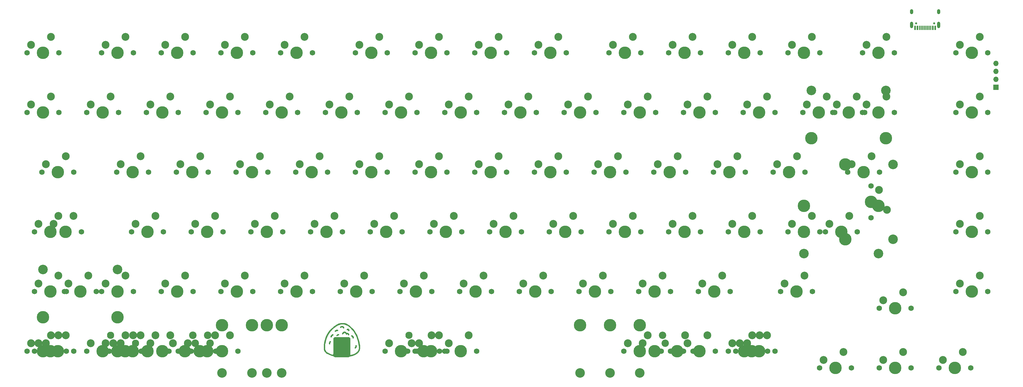
<source format=gbr>
%TF.GenerationSoftware,KiCad,Pcbnew,(5.1.11)-1*%
%TF.CreationDate,2022-09-06T18:14:57+07:00*%
%TF.ProjectId,TX75v2 PCB replacement,54583735-7632-4205-9043-42207265706c,rev?*%
%TF.SameCoordinates,Original*%
%TF.FileFunction,Soldermask,Top*%
%TF.FilePolarity,Negative*%
%FSLAX46Y46*%
G04 Gerber Fmt 4.6, Leading zero omitted, Abs format (unit mm)*
G04 Created by KiCad (PCBNEW (5.1.11)-1) date 2022-09-06 18:14:57*
%MOMM*%
%LPD*%
G01*
G04 APERTURE LIST*
%ADD10C,0.010000*%
%ADD11C,2.500000*%
%ADD12C,3.987800*%
%ADD13C,2.400000*%
%ADD14C,1.750000*%
%ADD15C,2.300000*%
%ADD16O,1.700000X1.700000*%
%ADD17R,1.700000X1.700000*%
%ADD18C,3.048000*%
%ADD19C,2.350000*%
%ADD20R,0.600000X1.450000*%
%ADD21R,0.300000X1.450000*%
%ADD22C,0.650000*%
%ADD23O,1.000000X2.100000*%
%ADD24O,1.000000X1.600000*%
G04 APERTURE END LIST*
D10*
%TO.C,G\u002A\u002A\u002A*%
G36*
X71743249Y-146385936D02*
G01*
X71834399Y-146389434D01*
X72285519Y-146435108D01*
X72714603Y-146535837D01*
X73130402Y-146696114D01*
X73541666Y-146920433D01*
X73957144Y-147213288D01*
X74385588Y-147579172D01*
X74654851Y-147837955D01*
X75179902Y-148399833D01*
X75632666Y-148964522D01*
X76009728Y-149527244D01*
X76307674Y-150083218D01*
X76387372Y-150262777D01*
X76570725Y-150726618D01*
X76748679Y-151229276D01*
X76914481Y-151748367D01*
X77061377Y-152261504D01*
X77182615Y-152746303D01*
X77271442Y-153180379D01*
X77276637Y-153210430D01*
X77311360Y-153478883D01*
X77332300Y-153780230D01*
X77339466Y-154091469D01*
X77332871Y-154389600D01*
X77312524Y-154651621D01*
X77278437Y-154854532D01*
X77275855Y-154864709D01*
X77131876Y-155251264D01*
X76910174Y-155610412D01*
X76614257Y-155938609D01*
X76247634Y-156232315D01*
X75813816Y-156487986D01*
X75543784Y-156612828D01*
X75371140Y-156679042D01*
X75157864Y-156750845D01*
X74923367Y-156822809D01*
X74687057Y-156889505D01*
X74468343Y-156945505D01*
X74286634Y-156985379D01*
X74161339Y-157003700D01*
X74144146Y-157004302D01*
X74054414Y-157022091D01*
X74014784Y-157051043D01*
X73960920Y-157095959D01*
X73859323Y-157154015D01*
X73811202Y-157177113D01*
X73767349Y-157195090D01*
X73716829Y-157210117D01*
X73652150Y-157222445D01*
X73565818Y-157232325D01*
X73450338Y-157240006D01*
X73298217Y-157245741D01*
X73101959Y-157249778D01*
X72854072Y-157252370D01*
X72547061Y-157253766D01*
X72173431Y-157254217D01*
X71725690Y-157253974D01*
X71519842Y-157253733D01*
X71100474Y-157252480D01*
X70703845Y-157249917D01*
X70338600Y-157246196D01*
X70013386Y-157241469D01*
X69736847Y-157235888D01*
X69517629Y-157229606D01*
X69364379Y-157222775D01*
X69285742Y-157215546D01*
X69280591Y-157214341D01*
X69163224Y-157158299D01*
X69049630Y-157073803D01*
X69046973Y-157071280D01*
X68932583Y-156996159D01*
X68748149Y-156917976D01*
X68555723Y-156856251D01*
X68163557Y-156733674D01*
X67768144Y-156590840D01*
X67386853Y-156435250D01*
X67037056Y-156274406D01*
X66736121Y-156115809D01*
X66508848Y-155972297D01*
X66287993Y-155769329D01*
X66092279Y-155499851D01*
X65933171Y-155180910D01*
X65880799Y-155038656D01*
X65836710Y-154899023D01*
X65805825Y-154776687D01*
X65785889Y-154651476D01*
X65774646Y-154503218D01*
X65769842Y-154311742D01*
X65769305Y-154090678D01*
X66130375Y-154090678D01*
X66138343Y-154387518D01*
X66160104Y-154640530D01*
X66182456Y-154772704D01*
X66288897Y-155103211D01*
X66447766Y-155391014D01*
X66650058Y-155621875D01*
X66784489Y-155724557D01*
X66954788Y-155823723D01*
X67172033Y-155935087D01*
X67421233Y-156052479D01*
X67687400Y-156169734D01*
X67955546Y-156280682D01*
X68210680Y-156379158D01*
X68437816Y-156458992D01*
X68621963Y-156514019D01*
X68748132Y-156538070D01*
X68762953Y-156538635D01*
X68777075Y-156533087D01*
X68789135Y-156512367D01*
X68799294Y-156470359D01*
X68807712Y-156400948D01*
X68814551Y-156298017D01*
X68819969Y-156155452D01*
X68824129Y-155967137D01*
X68827190Y-155726956D01*
X68829313Y-155428794D01*
X68830658Y-155066535D01*
X68831386Y-154634063D01*
X68831658Y-154125263D01*
X68831675Y-153920229D01*
X68831675Y-151301822D01*
X68926925Y-151162280D01*
X69031771Y-151045911D01*
X69158877Y-150950322D01*
X69169681Y-150944353D01*
X69206806Y-150926880D01*
X69251675Y-150912205D01*
X69311537Y-150900086D01*
X69393636Y-150890280D01*
X69505219Y-150882544D01*
X69653532Y-150876636D01*
X69845822Y-150872313D01*
X70089333Y-150869333D01*
X70391313Y-150867452D01*
X70759007Y-150866429D01*
X71199662Y-150866020D01*
X71510285Y-150865968D01*
X71998069Y-150866076D01*
X72408513Y-150866576D01*
X72748940Y-150867732D01*
X73026677Y-150869810D01*
X73249047Y-150873073D01*
X73423378Y-150877787D01*
X73556993Y-150884215D01*
X73657218Y-150892623D01*
X73731378Y-150903275D01*
X73786798Y-150916435D01*
X73830804Y-150932368D01*
X73870459Y-150951205D01*
X74041164Y-151083974D01*
X74122772Y-151203518D01*
X74140189Y-151240024D01*
X74155057Y-151280409D01*
X74167579Y-151331280D01*
X74177955Y-151399242D01*
X74186386Y-151490902D01*
X74193075Y-151612864D01*
X74198223Y-151771735D01*
X74202030Y-151974121D01*
X74204698Y-152226627D01*
X74206428Y-152535860D01*
X74207422Y-152908424D01*
X74207881Y-153350927D01*
X74208006Y-153869973D01*
X74208009Y-154000669D01*
X74208009Y-156630744D01*
X74387925Y-156600947D01*
X74504131Y-156575133D01*
X74674343Y-156529223D01*
X74872456Y-156470521D01*
X75011308Y-156426529D01*
X75511471Y-156233615D01*
X75942519Y-156004489D01*
X76302267Y-155741138D01*
X76588534Y-155445550D01*
X76799136Y-155119713D01*
X76931889Y-154765615D01*
X76955888Y-154655908D01*
X76991832Y-154309724D01*
X76985832Y-153901423D01*
X76940021Y-153441176D01*
X76856531Y-152939153D01*
X76737497Y-152405527D01*
X76585050Y-151850468D01*
X76401325Y-151284148D01*
X76188453Y-150716737D01*
X76070030Y-150431787D01*
X75830407Y-149943698D01*
X75533770Y-149453113D01*
X75190641Y-148971753D01*
X74811540Y-148511339D01*
X74406990Y-148083595D01*
X73987511Y-147700242D01*
X73563624Y-147373001D01*
X73145851Y-147113595D01*
X73044782Y-147061304D01*
X72727685Y-146917500D01*
X72442270Y-146821624D01*
X72156306Y-146766072D01*
X71837560Y-146743243D01*
X71689175Y-146741578D01*
X71423167Y-146748235D01*
X71198061Y-146771322D01*
X70989781Y-146817167D01*
X70774251Y-146892098D01*
X70527393Y-147002441D01*
X70337382Y-147096839D01*
X69639724Y-147497677D01*
X68997663Y-147959889D01*
X68414236Y-148479526D01*
X67892481Y-149052642D01*
X67435436Y-149675288D01*
X67046139Y-150343517D01*
X66727628Y-151053383D01*
X66482941Y-151800938D01*
X66377789Y-152241802D01*
X66331736Y-152459975D01*
X66283249Y-152683380D01*
X66240242Y-152875760D01*
X66225314Y-152940302D01*
X66183669Y-153174821D01*
X66153594Y-153460565D01*
X66135644Y-153773772D01*
X66130375Y-154090678D01*
X65769305Y-154090678D01*
X65769222Y-154056876D01*
X65769263Y-154040968D01*
X65778270Y-153632917D01*
X65802682Y-153301985D01*
X65838785Y-153067302D01*
X65875495Y-152894620D01*
X65923022Y-152670268D01*
X65974765Y-152425430D01*
X66016628Y-152226907D01*
X66227278Y-151413277D01*
X66506189Y-150649667D01*
X66853844Y-149935364D01*
X67270721Y-149269651D01*
X67757302Y-148651814D01*
X68314068Y-148081137D01*
X68941499Y-147556905D01*
X69352062Y-147264373D01*
X69856242Y-146949069D01*
X70326653Y-146702634D01*
X70759877Y-146526749D01*
X70989067Y-146458657D01*
X71174084Y-146416629D01*
X71341056Y-146392170D01*
X71520579Y-146382774D01*
X71743249Y-146385936D01*
G37*
X71743249Y-146385936D02*
X71834399Y-146389434D01*
X72285519Y-146435108D01*
X72714603Y-146535837D01*
X73130402Y-146696114D01*
X73541666Y-146920433D01*
X73957144Y-147213288D01*
X74385588Y-147579172D01*
X74654851Y-147837955D01*
X75179902Y-148399833D01*
X75632666Y-148964522D01*
X76009728Y-149527244D01*
X76307674Y-150083218D01*
X76387372Y-150262777D01*
X76570725Y-150726618D01*
X76748679Y-151229276D01*
X76914481Y-151748367D01*
X77061377Y-152261504D01*
X77182615Y-152746303D01*
X77271442Y-153180379D01*
X77276637Y-153210430D01*
X77311360Y-153478883D01*
X77332300Y-153780230D01*
X77339466Y-154091469D01*
X77332871Y-154389600D01*
X77312524Y-154651621D01*
X77278437Y-154854532D01*
X77275855Y-154864709D01*
X77131876Y-155251264D01*
X76910174Y-155610412D01*
X76614257Y-155938609D01*
X76247634Y-156232315D01*
X75813816Y-156487986D01*
X75543784Y-156612828D01*
X75371140Y-156679042D01*
X75157864Y-156750845D01*
X74923367Y-156822809D01*
X74687057Y-156889505D01*
X74468343Y-156945505D01*
X74286634Y-156985379D01*
X74161339Y-157003700D01*
X74144146Y-157004302D01*
X74054414Y-157022091D01*
X74014784Y-157051043D01*
X73960920Y-157095959D01*
X73859323Y-157154015D01*
X73811202Y-157177113D01*
X73767349Y-157195090D01*
X73716829Y-157210117D01*
X73652150Y-157222445D01*
X73565818Y-157232325D01*
X73450338Y-157240006D01*
X73298217Y-157245741D01*
X73101959Y-157249778D01*
X72854072Y-157252370D01*
X72547061Y-157253766D01*
X72173431Y-157254217D01*
X71725690Y-157253974D01*
X71519842Y-157253733D01*
X71100474Y-157252480D01*
X70703845Y-157249917D01*
X70338600Y-157246196D01*
X70013386Y-157241469D01*
X69736847Y-157235888D01*
X69517629Y-157229606D01*
X69364379Y-157222775D01*
X69285742Y-157215546D01*
X69280591Y-157214341D01*
X69163224Y-157158299D01*
X69049630Y-157073803D01*
X69046973Y-157071280D01*
X68932583Y-156996159D01*
X68748149Y-156917976D01*
X68555723Y-156856251D01*
X68163557Y-156733674D01*
X67768144Y-156590840D01*
X67386853Y-156435250D01*
X67037056Y-156274406D01*
X66736121Y-156115809D01*
X66508848Y-155972297D01*
X66287993Y-155769329D01*
X66092279Y-155499851D01*
X65933171Y-155180910D01*
X65880799Y-155038656D01*
X65836710Y-154899023D01*
X65805825Y-154776687D01*
X65785889Y-154651476D01*
X65774646Y-154503218D01*
X65769842Y-154311742D01*
X65769305Y-154090678D01*
X66130375Y-154090678D01*
X66138343Y-154387518D01*
X66160104Y-154640530D01*
X66182456Y-154772704D01*
X66288897Y-155103211D01*
X66447766Y-155391014D01*
X66650058Y-155621875D01*
X66784489Y-155724557D01*
X66954788Y-155823723D01*
X67172033Y-155935087D01*
X67421233Y-156052479D01*
X67687400Y-156169734D01*
X67955546Y-156280682D01*
X68210680Y-156379158D01*
X68437816Y-156458992D01*
X68621963Y-156514019D01*
X68748132Y-156538070D01*
X68762953Y-156538635D01*
X68777075Y-156533087D01*
X68789135Y-156512367D01*
X68799294Y-156470359D01*
X68807712Y-156400948D01*
X68814551Y-156298017D01*
X68819969Y-156155452D01*
X68824129Y-155967137D01*
X68827190Y-155726956D01*
X68829313Y-155428794D01*
X68830658Y-155066535D01*
X68831386Y-154634063D01*
X68831658Y-154125263D01*
X68831675Y-153920229D01*
X68831675Y-151301822D01*
X68926925Y-151162280D01*
X69031771Y-151045911D01*
X69158877Y-150950322D01*
X69169681Y-150944353D01*
X69206806Y-150926880D01*
X69251675Y-150912205D01*
X69311537Y-150900086D01*
X69393636Y-150890280D01*
X69505219Y-150882544D01*
X69653532Y-150876636D01*
X69845822Y-150872313D01*
X70089333Y-150869333D01*
X70391313Y-150867452D01*
X70759007Y-150866429D01*
X71199662Y-150866020D01*
X71510285Y-150865968D01*
X71998069Y-150866076D01*
X72408513Y-150866576D01*
X72748940Y-150867732D01*
X73026677Y-150869810D01*
X73249047Y-150873073D01*
X73423378Y-150877787D01*
X73556993Y-150884215D01*
X73657218Y-150892623D01*
X73731378Y-150903275D01*
X73786798Y-150916435D01*
X73830804Y-150932368D01*
X73870459Y-150951205D01*
X74041164Y-151083974D01*
X74122772Y-151203518D01*
X74140189Y-151240024D01*
X74155057Y-151280409D01*
X74167579Y-151331280D01*
X74177955Y-151399242D01*
X74186386Y-151490902D01*
X74193075Y-151612864D01*
X74198223Y-151771735D01*
X74202030Y-151974121D01*
X74204698Y-152226627D01*
X74206428Y-152535860D01*
X74207422Y-152908424D01*
X74207881Y-153350927D01*
X74208006Y-153869973D01*
X74208009Y-154000669D01*
X74208009Y-156630744D01*
X74387925Y-156600947D01*
X74504131Y-156575133D01*
X74674343Y-156529223D01*
X74872456Y-156470521D01*
X75011308Y-156426529D01*
X75511471Y-156233615D01*
X75942519Y-156004489D01*
X76302267Y-155741138D01*
X76588534Y-155445550D01*
X76799136Y-155119713D01*
X76931889Y-154765615D01*
X76955888Y-154655908D01*
X76991832Y-154309724D01*
X76985832Y-153901423D01*
X76940021Y-153441176D01*
X76856531Y-152939153D01*
X76737497Y-152405527D01*
X76585050Y-151850468D01*
X76401325Y-151284148D01*
X76188453Y-150716737D01*
X76070030Y-150431787D01*
X75830407Y-149943698D01*
X75533770Y-149453113D01*
X75190641Y-148971753D01*
X74811540Y-148511339D01*
X74406990Y-148083595D01*
X73987511Y-147700242D01*
X73563624Y-147373001D01*
X73145851Y-147113595D01*
X73044782Y-147061304D01*
X72727685Y-146917500D01*
X72442270Y-146821624D01*
X72156306Y-146766072D01*
X71837560Y-146743243D01*
X71689175Y-146741578D01*
X71423167Y-146748235D01*
X71198061Y-146771322D01*
X70989781Y-146817167D01*
X70774251Y-146892098D01*
X70527393Y-147002441D01*
X70337382Y-147096839D01*
X69639724Y-147497677D01*
X68997663Y-147959889D01*
X68414236Y-148479526D01*
X67892481Y-149052642D01*
X67435436Y-149675288D01*
X67046139Y-150343517D01*
X66727628Y-151053383D01*
X66482941Y-151800938D01*
X66377789Y-152241802D01*
X66331736Y-152459975D01*
X66283249Y-152683380D01*
X66240242Y-152875760D01*
X66225314Y-152940302D01*
X66183669Y-153174821D01*
X66153594Y-153460565D01*
X66135644Y-153773772D01*
X66130375Y-154090678D01*
X65769305Y-154090678D01*
X65769222Y-154056876D01*
X65769263Y-154040968D01*
X65778270Y-153632917D01*
X65802682Y-153301985D01*
X65838785Y-153067302D01*
X65875495Y-152894620D01*
X65923022Y-152670268D01*
X65974765Y-152425430D01*
X66016628Y-152226907D01*
X66227278Y-151413277D01*
X66506189Y-150649667D01*
X66853844Y-149935364D01*
X67270721Y-149269651D01*
X67757302Y-148651814D01*
X68314068Y-148081137D01*
X68941499Y-147556905D01*
X69352062Y-147264373D01*
X69856242Y-146949069D01*
X70326653Y-146702634D01*
X70759877Y-146526749D01*
X70989067Y-146458657D01*
X71174084Y-146416629D01*
X71341056Y-146392170D01*
X71520579Y-146382774D01*
X71743249Y-146385936D01*
G36*
X76139059Y-153468455D02*
G01*
X76211506Y-153549172D01*
X76239512Y-153700383D01*
X76240009Y-153730011D01*
X76217819Y-153922095D01*
X76157971Y-154101888D01*
X76070544Y-154257597D01*
X75965616Y-154377431D01*
X75853267Y-154449597D01*
X75743577Y-154462302D01*
X75655809Y-154413502D01*
X75607904Y-154315377D01*
X75638780Y-154206753D01*
X75693596Y-154143253D01*
X75792518Y-154032574D01*
X75854178Y-153901505D01*
X75891592Y-153720567D01*
X75896306Y-153684136D01*
X75917847Y-153553892D01*
X75949246Y-153486133D01*
X76002503Y-153458708D01*
X76020089Y-153455635D01*
X76139059Y-153468455D01*
G37*
X76139059Y-153468455D02*
X76211506Y-153549172D01*
X76239512Y-153700383D01*
X76240009Y-153730011D01*
X76217819Y-153922095D01*
X76157971Y-154101888D01*
X76070544Y-154257597D01*
X75965616Y-154377431D01*
X75853267Y-154449597D01*
X75743577Y-154462302D01*
X75655809Y-154413502D01*
X75607904Y-154315377D01*
X75638780Y-154206753D01*
X75693596Y-154143253D01*
X75792518Y-154032574D01*
X75854178Y-153901505D01*
X75891592Y-153720567D01*
X75896306Y-153684136D01*
X75917847Y-153553892D01*
X75949246Y-153486133D01*
X76002503Y-153458708D01*
X76020089Y-153455635D01*
X76139059Y-153468455D01*
G36*
X67942623Y-152187797D02*
G01*
X67980172Y-152279643D01*
X67959742Y-152401465D01*
X67899819Y-152508622D01*
X67836112Y-152631080D01*
X67791416Y-152781535D01*
X67785604Y-152817386D01*
X67762368Y-152950162D01*
X67733089Y-153056046D01*
X67723771Y-153077885D01*
X67651650Y-153141614D01*
X67553706Y-153148202D01*
X67463722Y-153100635D01*
X67429579Y-153051855D01*
X67407280Y-152922827D01*
X67425722Y-152750479D01*
X67478437Y-152561773D01*
X67558959Y-152383674D01*
X67608519Y-152305793D01*
X67696928Y-152197692D01*
X67770477Y-152149156D01*
X67849577Y-152143947D01*
X67942623Y-152187797D01*
G37*
X67942623Y-152187797D02*
X67980172Y-152279643D01*
X67959742Y-152401465D01*
X67899819Y-152508622D01*
X67836112Y-152631080D01*
X67791416Y-152781535D01*
X67785604Y-152817386D01*
X67762368Y-152950162D01*
X67733089Y-153056046D01*
X67723771Y-153077885D01*
X67651650Y-153141614D01*
X67553706Y-153148202D01*
X67463722Y-153100635D01*
X67429579Y-153051855D01*
X67407280Y-152922827D01*
X67425722Y-152750479D01*
X67478437Y-152561773D01*
X67558959Y-152383674D01*
X67608519Y-152305793D01*
X67696928Y-152197692D01*
X67770477Y-152149156D01*
X67849577Y-152143947D01*
X67942623Y-152187797D01*
G36*
X74789435Y-150313914D02*
G01*
X74922812Y-150395941D01*
X75053834Y-150516554D01*
X75169582Y-150663134D01*
X75257136Y-150823062D01*
X75303578Y-150983720D01*
X75307745Y-151039324D01*
X75279801Y-151144718D01*
X75211255Y-151238255D01*
X75127592Y-151287586D01*
X75110820Y-151289302D01*
X75051786Y-151260831D01*
X74997736Y-151211885D01*
X74942186Y-151108366D01*
X74927675Y-151027094D01*
X74890937Y-150893321D01*
X74793869Y-150757980D01*
X74656188Y-150647083D01*
X74627604Y-150631202D01*
X74532980Y-150547091D01*
X74503050Y-150441557D01*
X74542745Y-150340370D01*
X74567292Y-150316091D01*
X74666622Y-150283091D01*
X74789435Y-150313914D01*
G37*
X74789435Y-150313914D02*
X74922812Y-150395941D01*
X75053834Y-150516554D01*
X75169582Y-150663134D01*
X75257136Y-150823062D01*
X75303578Y-150983720D01*
X75307745Y-151039324D01*
X75279801Y-151144718D01*
X75211255Y-151238255D01*
X75127592Y-151287586D01*
X75110820Y-151289302D01*
X75051786Y-151260831D01*
X74997736Y-151211885D01*
X74942186Y-151108366D01*
X74927675Y-151027094D01*
X74890937Y-150893321D01*
X74793869Y-150757980D01*
X74656188Y-150647083D01*
X74627604Y-150631202D01*
X74532980Y-150547091D01*
X74503050Y-150441557D01*
X74542745Y-150340370D01*
X74567292Y-150316091D01*
X74666622Y-150283091D01*
X74789435Y-150313914D01*
G36*
X68773921Y-150005578D02*
G01*
X68805947Y-150061451D01*
X68810509Y-150139654D01*
X68800829Y-150235082D01*
X68756141Y-150290772D01*
X68652972Y-150335327D01*
X68648728Y-150336791D01*
X68499729Y-150409104D01*
X68398490Y-150517920D01*
X68323583Y-150686719D01*
X68320314Y-150696635D01*
X68258083Y-150828313D01*
X68177972Y-150920407D01*
X68106941Y-150950635D01*
X68055693Y-150923887D01*
X68005710Y-150880622D01*
X67959339Y-150776908D01*
X67970078Y-150625703D01*
X68035849Y-150440056D01*
X68093397Y-150330284D01*
X68212669Y-150185395D01*
X68373318Y-150069151D01*
X68547554Y-149997591D01*
X68692431Y-149984579D01*
X68773921Y-150005578D01*
G37*
X68773921Y-150005578D02*
X68805947Y-150061451D01*
X68810509Y-150139654D01*
X68800829Y-150235082D01*
X68756141Y-150290772D01*
X68652972Y-150335327D01*
X68648728Y-150336791D01*
X68499729Y-150409104D01*
X68398490Y-150517920D01*
X68323583Y-150686719D01*
X68320314Y-150696635D01*
X68258083Y-150828313D01*
X68177972Y-150920407D01*
X68106941Y-150950635D01*
X68055693Y-150923887D01*
X68005710Y-150880622D01*
X67959339Y-150776908D01*
X67970078Y-150625703D01*
X68035849Y-150440056D01*
X68093397Y-150330284D01*
X68212669Y-150185395D01*
X68373318Y-150069151D01*
X68547554Y-149997591D01*
X68692431Y-149984579D01*
X68773921Y-150005578D01*
G36*
X70505130Y-149928889D02*
G01*
X70585728Y-149988587D01*
X70609675Y-150073287D01*
X70576906Y-150195810D01*
X70481779Y-150262239D01*
X70397462Y-150273302D01*
X70281448Y-150309004D01*
X70165175Y-150400302D01*
X70040762Y-150501286D01*
X69935415Y-150522144D01*
X69856142Y-150476502D01*
X69807917Y-150375401D01*
X69836491Y-150252752D01*
X69939661Y-150117467D01*
X69946451Y-150110809D01*
X70087670Y-150004140D01*
X70239154Y-149937625D01*
X70383957Y-149912222D01*
X70505130Y-149928889D01*
G37*
X70505130Y-149928889D02*
X70585728Y-149988587D01*
X70609675Y-150073287D01*
X70576906Y-150195810D01*
X70481779Y-150262239D01*
X70397462Y-150273302D01*
X70281448Y-150309004D01*
X70165175Y-150400302D01*
X70040762Y-150501286D01*
X69935415Y-150522144D01*
X69856142Y-150476502D01*
X69807917Y-150375401D01*
X69836491Y-150252752D01*
X69939661Y-150117467D01*
X69946451Y-150110809D01*
X70087670Y-150004140D01*
X70239154Y-149937625D01*
X70383957Y-149912222D01*
X70505130Y-149928889D01*
G36*
X72618490Y-149164419D02*
G01*
X72809803Y-149286116D01*
X72901735Y-149376466D01*
X72987542Y-149466159D01*
X73063979Y-149512712D01*
X73164998Y-149530119D01*
X73280216Y-149532468D01*
X73471127Y-149550067D01*
X73609505Y-149612482D01*
X73717060Y-149734144D01*
X73789724Y-149871135D01*
X73847152Y-150008749D01*
X73863731Y-150097800D01*
X73840440Y-150163343D01*
X73802818Y-150206778D01*
X73701452Y-150268346D01*
X73598297Y-150247011D01*
X73588350Y-150240903D01*
X73542257Y-150184208D01*
X73487651Y-150082046D01*
X73474093Y-150051052D01*
X73394434Y-149930244D01*
X73290124Y-149890367D01*
X73161773Y-149931539D01*
X73095790Y-149976968D01*
X73010925Y-150035787D01*
X72953779Y-150061544D01*
X72952498Y-150061592D01*
X72914024Y-150027607D01*
X72851803Y-149939867D01*
X72799144Y-149851990D01*
X72657734Y-149641017D01*
X72516791Y-149514549D01*
X72374502Y-149472452D01*
X72229054Y-149514593D01*
X72078636Y-149640841D01*
X71961358Y-149790805D01*
X71874486Y-149904910D01*
X71804712Y-149959428D01*
X71730461Y-149970094D01*
X71717204Y-149968838D01*
X71621868Y-149926568D01*
X71588082Y-149834866D01*
X71616047Y-149702649D01*
X71705964Y-149538836D01*
X71707451Y-149536670D01*
X71871395Y-149334230D01*
X72043723Y-149199880D01*
X72222680Y-149124000D01*
X72416248Y-149107951D01*
X72618490Y-149164419D01*
G37*
X72618490Y-149164419D02*
X72809803Y-149286116D01*
X72901735Y-149376466D01*
X72987542Y-149466159D01*
X73063979Y-149512712D01*
X73164998Y-149530119D01*
X73280216Y-149532468D01*
X73471127Y-149550067D01*
X73609505Y-149612482D01*
X73717060Y-149734144D01*
X73789724Y-149871135D01*
X73847152Y-150008749D01*
X73863731Y-150097800D01*
X73840440Y-150163343D01*
X73802818Y-150206778D01*
X73701452Y-150268346D01*
X73598297Y-150247011D01*
X73588350Y-150240903D01*
X73542257Y-150184208D01*
X73487651Y-150082046D01*
X73474093Y-150051052D01*
X73394434Y-149930244D01*
X73290124Y-149890367D01*
X73161773Y-149931539D01*
X73095790Y-149976968D01*
X73010925Y-150035787D01*
X72953779Y-150061544D01*
X72952498Y-150061592D01*
X72914024Y-150027607D01*
X72851803Y-149939867D01*
X72799144Y-149851990D01*
X72657734Y-149641017D01*
X72516791Y-149514549D01*
X72374502Y-149472452D01*
X72229054Y-149514593D01*
X72078636Y-149640841D01*
X71961358Y-149790805D01*
X71874486Y-149904910D01*
X71804712Y-149959428D01*
X71730461Y-149970094D01*
X71717204Y-149968838D01*
X71621868Y-149926568D01*
X71588082Y-149834866D01*
X71616047Y-149702649D01*
X71705964Y-149538836D01*
X71707451Y-149536670D01*
X71871395Y-149334230D01*
X72043723Y-149199880D01*
X72222680Y-149124000D01*
X72416248Y-149107951D01*
X72618490Y-149164419D01*
G36*
X70157570Y-148523366D02*
G01*
X70250104Y-148561543D01*
X70286732Y-148624656D01*
X70292175Y-148708553D01*
X70292175Y-148855135D01*
X70059342Y-148877608D01*
X69844875Y-148913537D01*
X69693074Y-148977853D01*
X69595593Y-149064490D01*
X69514280Y-149116309D01*
X69414815Y-149127136D01*
X69334099Y-149096681D01*
X69312614Y-149066707D01*
X69304310Y-148934109D01*
X69376109Y-148800462D01*
X69523870Y-148673148D01*
X69538887Y-148663434D01*
X69780525Y-148542862D01*
X70001494Y-148502012D01*
X70157570Y-148523366D01*
G37*
X70157570Y-148523366D02*
X70250104Y-148561543D01*
X70286732Y-148624656D01*
X70292175Y-148708553D01*
X70292175Y-148855135D01*
X70059342Y-148877608D01*
X69844875Y-148913537D01*
X69693074Y-148977853D01*
X69595593Y-149064490D01*
X69514280Y-149116309D01*
X69414815Y-149127136D01*
X69334099Y-149096681D01*
X69312614Y-149066707D01*
X69304310Y-148934109D01*
X69376109Y-148800462D01*
X69523870Y-148673148D01*
X69538887Y-148663434D01*
X69780525Y-148542862D01*
X70001494Y-148502012D01*
X70157570Y-148523366D01*
G36*
X73537981Y-148232485D02*
G01*
X73671098Y-148283880D01*
X73783056Y-148389191D01*
X73863392Y-148526442D01*
X73901644Y-148673658D01*
X73887346Y-148808863D01*
X73845782Y-148878946D01*
X73752916Y-148950860D01*
X73667994Y-148941801D01*
X73604596Y-148886885D01*
X73545886Y-148785232D01*
X73523952Y-148706968D01*
X73504814Y-148640016D01*
X73455131Y-148608894D01*
X73349890Y-148599968D01*
X73327159Y-148599696D01*
X73175003Y-148575484D01*
X73085949Y-148511500D01*
X73067351Y-148416433D01*
X73101797Y-148333490D01*
X73172839Y-148283589D01*
X73296655Y-148246279D01*
X73441519Y-148228906D01*
X73537981Y-148232485D01*
G37*
X73537981Y-148232485D02*
X73671098Y-148283880D01*
X73783056Y-148389191D01*
X73863392Y-148526442D01*
X73901644Y-148673658D01*
X73887346Y-148808863D01*
X73845782Y-148878946D01*
X73752916Y-148950860D01*
X73667994Y-148941801D01*
X73604596Y-148886885D01*
X73545886Y-148785232D01*
X73523952Y-148706968D01*
X73504814Y-148640016D01*
X73455131Y-148608894D01*
X73349890Y-148599968D01*
X73327159Y-148599696D01*
X73175003Y-148575484D01*
X73085949Y-148511500D01*
X73067351Y-148416433D01*
X73101797Y-148333490D01*
X73172839Y-148283589D01*
X73296655Y-148246279D01*
X73441519Y-148228906D01*
X73537981Y-148232485D01*
G36*
X71761355Y-147356097D02*
G01*
X71916233Y-147425057D01*
X72052192Y-147528720D01*
X72160003Y-147652225D01*
X72230432Y-147780709D01*
X72254249Y-147899310D01*
X72222222Y-147993164D01*
X72178792Y-148028145D01*
X72094783Y-148065744D01*
X72038540Y-148053286D01*
X71974925Y-147991592D01*
X71892873Y-147901989D01*
X71801149Y-147801092D01*
X71671949Y-147709869D01*
X71524722Y-147701227D01*
X71360144Y-147775173D01*
X71329342Y-147796802D01*
X71186604Y-147881710D01*
X71077619Y-147896680D01*
X70999142Y-147851835D01*
X70954509Y-147760665D01*
X70978913Y-147660559D01*
X71058631Y-147560442D01*
X71179937Y-147469240D01*
X71329109Y-147395880D01*
X71492423Y-147349286D01*
X71656154Y-147338385D01*
X71761355Y-147356097D01*
G37*
X71761355Y-147356097D02*
X71916233Y-147425057D01*
X72052192Y-147528720D01*
X72160003Y-147652225D01*
X72230432Y-147780709D01*
X72254249Y-147899310D01*
X72222222Y-147993164D01*
X72178792Y-148028145D01*
X72094783Y-148065744D01*
X72038540Y-148053286D01*
X71974925Y-147991592D01*
X71892873Y-147901989D01*
X71801149Y-147801092D01*
X71671949Y-147709869D01*
X71524722Y-147701227D01*
X71360144Y-147775173D01*
X71329342Y-147796802D01*
X71186604Y-147881710D01*
X71077619Y-147896680D01*
X70999142Y-147851835D01*
X70954509Y-147760665D01*
X70978913Y-147660559D01*
X71058631Y-147560442D01*
X71179937Y-147469240D01*
X71329109Y-147395880D01*
X71492423Y-147349286D01*
X71656154Y-147338385D01*
X71761355Y-147356097D01*
%TD*%
D11*
%TO.C,MX107*%
X35854319Y-150289434D03*
D12*
X33314319Y-155369434D03*
D13*
X29504319Y-152829434D03*
D14*
X28234319Y-155369434D03*
X38394319Y-155369434D03*
%TD*%
D11*
%TO.C,MX106*%
X16804143Y-150289274D03*
D12*
X14264143Y-155369274D03*
D11*
X10454143Y-152829274D03*
D14*
X9184143Y-155369274D03*
X19344143Y-155369274D03*
%TD*%
D15*
%TO.C,MX105*%
X-2245937Y-150289274D03*
D12*
X-4785937Y-155369274D03*
D11*
X-8595937Y-152829274D03*
D14*
X-9865937Y-155369274D03*
X294063Y-155369274D03*
%TD*%
D11*
%TO.C,MX104*%
X-21296017Y-150289274D03*
D12*
X-23836017Y-155369274D03*
D11*
X-27646017Y-152829274D03*
D14*
X-28916017Y-155369274D03*
X-18756017Y-155369274D03*
%TD*%
D11*
%TO.C,MX99*%
X275169608Y-74088874D03*
D12*
X272629608Y-79168874D03*
D11*
X268819608Y-76628874D03*
D14*
X267549608Y-79168874D03*
X277709608Y-79168874D03*
%TD*%
D11*
%TO.C,MX100*%
X275169608Y-93138874D03*
D12*
X272629608Y-98218874D03*
D11*
X268819608Y-95678874D03*
D14*
X267549608Y-98218874D03*
X277709608Y-98218874D03*
%TD*%
D11*
%TO.C,MX89*%
X245403983Y-55038874D03*
D12*
X242863983Y-60118874D03*
D11*
X239053983Y-57578874D03*
D14*
X237783983Y-60118874D03*
X247943983Y-60118874D03*
%TD*%
D16*
%TO.C,J1*%
X280369507Y-63512255D03*
X280369507Y-66052255D03*
X280369507Y-68592255D03*
D17*
X280369507Y-71132255D03*
%TD*%
D12*
%TO.C,MX97*%
X232227733Y-95805874D03*
X232227733Y-119681874D03*
D18*
X247467733Y-95805874D03*
X247467733Y-119681874D03*
D14*
X240482733Y-112823874D03*
X240482733Y-102663874D03*
D11*
X243022733Y-103933874D03*
D12*
X240482733Y-107743874D03*
D11*
X245562733Y-110283874D03*
%TD*%
%TO.C,MX92*%
X221591483Y-112188874D03*
D12*
X219051483Y-117268874D03*
D11*
X215241483Y-114728874D03*
D14*
X213971483Y-117268874D03*
X224131483Y-117268874D03*
%TD*%
D11*
%TO.C,MX91*%
X226353983Y-74088874D03*
D12*
X223813983Y-79168874D03*
D11*
X220003983Y-76628874D03*
D14*
X218733983Y-79168874D03*
X228893983Y-79168874D03*
%TD*%
D11*
%TO.C,MX86*%
X245403983Y-74088874D03*
D12*
X242863983Y-79168874D03*
D11*
X239053983Y-76628874D03*
D14*
X237783983Y-79168874D03*
X247943983Y-79168874D03*
%TD*%
D11*
%TO.C,MX93*%
X233497733Y-112188874D03*
D12*
X230957733Y-117268874D03*
D11*
X227147733Y-114728874D03*
D14*
X225877733Y-117268874D03*
X236037733Y-117268874D03*
D18*
X219051483Y-124253874D03*
X242863983Y-124253874D03*
D12*
X219051483Y-109013874D03*
X242863983Y-109013874D03*
%TD*%
D15*
%TO.C,MX44*%
X93003983Y-150288874D03*
D12*
X90463983Y-155368874D03*
D11*
X86653983Y-152828874D03*
D14*
X85383983Y-155368874D03*
X95543983Y-155368874D03*
D18*
X33313983Y-162353874D03*
X147613983Y-162353874D03*
D12*
X33313983Y-147113874D03*
X147613983Y-147113874D03*
%TD*%
D11*
%TO.C,MX42*%
X100147733Y-150288874D03*
D12*
X97607733Y-155368874D03*
D11*
X93797733Y-152828874D03*
D14*
X92527733Y-155368874D03*
X102687733Y-155368874D03*
D18*
X47607833Y-162353874D03*
X147607633Y-162353874D03*
D12*
X47607833Y-147113874D03*
X147607633Y-147113874D03*
%TD*%
D11*
%TO.C,MX45*%
X112053983Y-150288874D03*
D12*
X109513983Y-155368874D03*
D11*
X105703983Y-152828874D03*
D14*
X104433983Y-155368874D03*
X114593983Y-155368874D03*
D18*
X52363983Y-162353874D03*
X166663983Y-162353874D03*
D12*
X52363983Y-147113874D03*
X166663983Y-147113874D03*
%TD*%
D11*
%TO.C,MX43*%
X102528983Y-150288874D03*
D12*
X99988983Y-155368874D03*
D11*
X96178983Y-152828874D03*
D14*
X94908983Y-155368874D03*
X105068983Y-155368874D03*
D18*
X42838983Y-162353874D03*
X157138983Y-162353874D03*
D12*
X42838983Y-147113874D03*
X157138983Y-147113874D03*
%TD*%
D11*
%TO.C,MX5*%
X-18914767Y-112188874D03*
D12*
X-21454767Y-117268874D03*
D11*
X-25264767Y-114728874D03*
D14*
X-26534767Y-117268874D03*
X-16374767Y-117268874D03*
%TD*%
%TO.C,MX95*%
X253301796Y-160726687D03*
X243141796Y-160726687D03*
D11*
X244411796Y-158186687D03*
D12*
X248221796Y-160726687D03*
D11*
X250761796Y-155646687D03*
%TD*%
D14*
%TO.C,MX88*%
X234251796Y-160726687D03*
X224091796Y-160726687D03*
D11*
X225361796Y-158186687D03*
D12*
X229171796Y-160726687D03*
D11*
X231711796Y-155646687D03*
%TD*%
D14*
%TO.C,MX80*%
X207462733Y-155368874D03*
X197302733Y-155368874D03*
D11*
X198572733Y-152828874D03*
D12*
X202382733Y-155368874D03*
D11*
X204922733Y-150288874D03*
%TD*%
%TO.C,MX81*%
X202541483Y-150288874D03*
D12*
X200001483Y-155368874D03*
D11*
X196191483Y-152828874D03*
D14*
X194921483Y-155368874D03*
X205081483Y-155368874D03*
%TD*%
D11*
%TO.C,MX73*%
X181110233Y-150288874D03*
D12*
X178570233Y-155368874D03*
D19*
X174760233Y-152828874D03*
D14*
X173490233Y-155368874D03*
X183650233Y-155368874D03*
%TD*%
%TO.C,MX67*%
X176507047Y-155368874D03*
X166347047Y-155368874D03*
D11*
X167617047Y-152828874D03*
D12*
X171427047Y-155368874D03*
D19*
X173967047Y-150288874D03*
%TD*%
D11*
%TO.C,MX82*%
X207303983Y-150288874D03*
D12*
X204763983Y-155368874D03*
D11*
X200953983Y-152828874D03*
D14*
X199683983Y-155368874D03*
X209843983Y-155368874D03*
%TD*%
D11*
%TO.C,MX74*%
X188253983Y-150288874D03*
D12*
X185713983Y-155368874D03*
D11*
X181903983Y-152828874D03*
D14*
X180633983Y-155368874D03*
X190793983Y-155368874D03*
%TD*%
D11*
%TO.C,MX66*%
X169203983Y-150288874D03*
D12*
X166663983Y-155368874D03*
D11*
X162853983Y-152828874D03*
D14*
X161583983Y-155368874D03*
X171743983Y-155368874D03*
%TD*%
D11*
%TO.C,MX26*%
X31091483Y-150288874D03*
D12*
X28551483Y-155368874D03*
D13*
X24741483Y-152828874D03*
D14*
X23471483Y-155368874D03*
X33631483Y-155368874D03*
%TD*%
D13*
%TO.C,MX25*%
X28710233Y-150288874D03*
D12*
X26170233Y-155368874D03*
D11*
X22360233Y-152828874D03*
D14*
X21090233Y-155368874D03*
X31250233Y-155368874D03*
%TD*%
D13*
%TO.C,MX24*%
X23947733Y-150288874D03*
D12*
X21407733Y-155368874D03*
D11*
X17597733Y-152828874D03*
D14*
X16327733Y-155368874D03*
X26487733Y-155368874D03*
%TD*%
%TO.C,MX18*%
X14581483Y-155368874D03*
X4421483Y-155368874D03*
D15*
X5691483Y-152828874D03*
D12*
X9501483Y-155368874D03*
D11*
X12041483Y-150288874D03*
%TD*%
D14*
%TO.C,MX17*%
X9818983Y-155368874D03*
X-341017Y-155368874D03*
D11*
X928983Y-152828874D03*
D12*
X4738983Y-155368874D03*
D11*
X7278983Y-150288874D03*
%TD*%
%TO.C,MX16*%
X2516483Y-150288874D03*
D12*
X-23517Y-155368874D03*
D11*
X-3833517Y-152828874D03*
D14*
X-5103517Y-155368874D03*
X5056483Y-155368874D03*
%TD*%
D11*
%TO.C,MX15*%
X4897733Y-150288874D03*
D12*
X2357733Y-155368874D03*
D11*
X-1452267Y-152828874D03*
D14*
X-2722267Y-155368874D03*
X7437733Y-155368874D03*
%TD*%
%TO.C,MX9*%
X-13993517Y-155368874D03*
X-24153517Y-155368874D03*
D11*
X-22883517Y-152828874D03*
D12*
X-19073517Y-155368874D03*
D11*
X-16533517Y-150288874D03*
%TD*%
%TO.C,MX8*%
X-18914767Y-150288874D03*
D12*
X-21454767Y-155368874D03*
D11*
X-25264767Y-152828874D03*
D14*
X-26534767Y-155368874D03*
X-16374767Y-155368874D03*
%TD*%
D11*
%TO.C,MX7*%
X-18914767Y-131238874D03*
D12*
X-21454767Y-136318874D03*
D11*
X-25264767Y-133778874D03*
D14*
X-26534767Y-136318874D03*
X-16374767Y-136318874D03*
%TD*%
D11*
%TO.C,MX14*%
X2516483Y-131238874D03*
D12*
X-23517Y-136318874D03*
D11*
X-3833517Y-133778874D03*
D14*
X-5103517Y-136318874D03*
X5056483Y-136318874D03*
%TD*%
D11*
%TO.C,MX87*%
X219210233Y-131238874D03*
D12*
X216670233Y-136318874D03*
D11*
X212860233Y-133778874D03*
D14*
X211590233Y-136318874D03*
X221750233Y-136318874D03*
%TD*%
D11*
%TO.C,MX94*%
X250761796Y-136596687D03*
D12*
X248221796Y-141676687D03*
D11*
X244411796Y-139136687D03*
D14*
X243141796Y-141676687D03*
X253301796Y-141676687D03*
%TD*%
D11*
%TO.C,MX79*%
X193016483Y-131238874D03*
D12*
X190476483Y-136318874D03*
D11*
X186666483Y-133778874D03*
D14*
X185396483Y-136318874D03*
X195556483Y-136318874D03*
%TD*%
D11*
%TO.C,MX72*%
X173966483Y-131238874D03*
D12*
X171426483Y-136318874D03*
D11*
X167616483Y-133778874D03*
D14*
X166346483Y-136318874D03*
X176506483Y-136318874D03*
%TD*%
D11*
%TO.C,MX65*%
X154916483Y-131238874D03*
D12*
X152376483Y-136318874D03*
D11*
X148566483Y-133778874D03*
D14*
X147296483Y-136318874D03*
X157456483Y-136318874D03*
%TD*%
D11*
%TO.C,MX60*%
X135866483Y-131238874D03*
D12*
X133326483Y-136318874D03*
D11*
X129516483Y-133778874D03*
D14*
X128246483Y-136318874D03*
X138406483Y-136318874D03*
%TD*%
D11*
%TO.C,MX55*%
X116816483Y-131238874D03*
D12*
X114276483Y-136318874D03*
D11*
X110466483Y-133778874D03*
D14*
X109196483Y-136318874D03*
X119356483Y-136318874D03*
%TD*%
D11*
%TO.C,MX50*%
X97766483Y-131238874D03*
D12*
X95226483Y-136318874D03*
D11*
X91416483Y-133778874D03*
D14*
X90146483Y-136318874D03*
X100306483Y-136318874D03*
%TD*%
D11*
%TO.C,MX41*%
X78716483Y-131238874D03*
D12*
X76176483Y-136318874D03*
D11*
X72366483Y-133778874D03*
D14*
X71096483Y-136318874D03*
X81256483Y-136318874D03*
%TD*%
D11*
%TO.C,MX36*%
X59666483Y-131238874D03*
D12*
X57126483Y-136318874D03*
D11*
X53316483Y-133778874D03*
D14*
X52046483Y-136318874D03*
X62206483Y-136318874D03*
%TD*%
D11*
%TO.C,MX31*%
X40616483Y-131238874D03*
D12*
X38076483Y-136318874D03*
D11*
X34266483Y-133778874D03*
D14*
X32996483Y-136318874D03*
X43156483Y-136318874D03*
%TD*%
D11*
%TO.C,MX23*%
X21566483Y-131238874D03*
D12*
X19026483Y-136318874D03*
D11*
X15216483Y-133778874D03*
D14*
X13946483Y-136318874D03*
X24106483Y-136318874D03*
%TD*%
D11*
%TO.C,MX6*%
X-9389767Y-131238874D03*
D12*
X-11929767Y-136318874D03*
D11*
X-15739767Y-133778874D03*
D14*
X-17009767Y-136318874D03*
X-6849767Y-136318874D03*
D18*
X-23836017Y-129333874D03*
X-23517Y-129333874D03*
D12*
X-23836017Y-144573874D03*
X-23517Y-144573874D03*
%TD*%
D11*
%TO.C,MX78*%
X202541483Y-112188874D03*
D12*
X200001483Y-117268874D03*
D11*
X196191483Y-114728874D03*
D14*
X194921483Y-117268874D03*
X205081483Y-117268874D03*
%TD*%
D11*
%TO.C,MX71*%
X183491483Y-112188874D03*
D12*
X180951483Y-117268874D03*
D11*
X177141483Y-114728874D03*
D14*
X175871483Y-117268874D03*
X186031483Y-117268874D03*
%TD*%
D11*
%TO.C,MX64*%
X164441483Y-112188874D03*
D12*
X161901483Y-117268874D03*
D11*
X158091483Y-114728874D03*
D14*
X156821483Y-117268874D03*
X166981483Y-117268874D03*
%TD*%
D11*
%TO.C,MX59*%
X145391483Y-112188874D03*
D12*
X142851483Y-117268874D03*
D11*
X139041483Y-114728874D03*
D14*
X137771483Y-117268874D03*
X147931483Y-117268874D03*
%TD*%
D11*
%TO.C,MX54*%
X126341483Y-112188874D03*
D12*
X123801483Y-117268874D03*
D11*
X119991483Y-114728874D03*
D14*
X118721483Y-117268874D03*
X128881483Y-117268874D03*
%TD*%
D11*
%TO.C,MX49*%
X107291483Y-112188874D03*
D12*
X104751483Y-117268874D03*
D11*
X100941483Y-114728874D03*
D14*
X99671483Y-117268874D03*
X109831483Y-117268874D03*
%TD*%
D11*
%TO.C,MX40*%
X88241483Y-112188874D03*
D12*
X85701483Y-117268874D03*
D11*
X81891483Y-114728874D03*
D14*
X80621483Y-117268874D03*
X90781483Y-117268874D03*
%TD*%
D11*
%TO.C,MX35*%
X69191483Y-112188874D03*
D12*
X66651483Y-117268874D03*
D11*
X62841483Y-114728874D03*
D14*
X61571483Y-117268874D03*
X71731483Y-117268874D03*
%TD*%
D11*
%TO.C,MX30*%
X50141483Y-112188874D03*
D12*
X47601483Y-117268874D03*
D11*
X43791483Y-114728874D03*
D14*
X42521483Y-117268874D03*
X52681483Y-117268874D03*
%TD*%
D11*
%TO.C,MX22*%
X31091483Y-112188874D03*
D12*
X28551483Y-117268874D03*
D11*
X24741483Y-114728874D03*
D14*
X23471483Y-117268874D03*
X33631483Y-117268874D03*
%TD*%
D11*
%TO.C,MX13*%
X12041483Y-112188874D03*
D12*
X9501483Y-117268874D03*
D11*
X5691483Y-114728874D03*
D14*
X4421483Y-117268874D03*
X14581483Y-117268874D03*
%TD*%
D11*
%TO.C,MX4*%
X-14152267Y-112188874D03*
D12*
X-16692267Y-117268874D03*
D11*
X-20502267Y-114728874D03*
D14*
X-21772267Y-117268874D03*
X-11612267Y-117268874D03*
%TD*%
D11*
%TO.C,MX85*%
X216828983Y-93138874D03*
D12*
X214288983Y-98218874D03*
D11*
X210478983Y-95678874D03*
D14*
X209208983Y-98218874D03*
X219368983Y-98218874D03*
%TD*%
D11*
%TO.C,MX77*%
X197778983Y-93138874D03*
D12*
X195238983Y-98218874D03*
D11*
X191428983Y-95678874D03*
D14*
X190158983Y-98218874D03*
X200318983Y-98218874D03*
%TD*%
D11*
%TO.C,MX70*%
X178728983Y-93138874D03*
D12*
X176188983Y-98218874D03*
D11*
X172378983Y-95678874D03*
D14*
X171108983Y-98218874D03*
X181268983Y-98218874D03*
%TD*%
D11*
%TO.C,MX63*%
X159678983Y-93138874D03*
D12*
X157138983Y-98218874D03*
D11*
X153328983Y-95678874D03*
D14*
X152058983Y-98218874D03*
X162218983Y-98218874D03*
%TD*%
D11*
%TO.C,MX58*%
X140628983Y-93138874D03*
D12*
X138088983Y-98218874D03*
D11*
X134278983Y-95678874D03*
D14*
X133008983Y-98218874D03*
X143168983Y-98218874D03*
%TD*%
D11*
%TO.C,MX53*%
X121578983Y-93138874D03*
D12*
X119038983Y-98218874D03*
D11*
X115228983Y-95678874D03*
D14*
X113958983Y-98218874D03*
X124118983Y-98218874D03*
%TD*%
D11*
%TO.C,MX48*%
X102528983Y-93138874D03*
D12*
X99988983Y-98218874D03*
D11*
X96178983Y-95678874D03*
D14*
X94908983Y-98218874D03*
X105068983Y-98218874D03*
%TD*%
D11*
%TO.C,MX39*%
X83478983Y-93138874D03*
D12*
X80938983Y-98218874D03*
D11*
X77128983Y-95678874D03*
D14*
X75858983Y-98218874D03*
X86018983Y-98218874D03*
%TD*%
D11*
%TO.C,MX96*%
X240641483Y-93138874D03*
D12*
X238101483Y-98218874D03*
D11*
X234291483Y-95678874D03*
D14*
X233021483Y-98218874D03*
X243181483Y-98218874D03*
%TD*%
D11*
%TO.C,MX34*%
X64428983Y-93138874D03*
D12*
X61888983Y-98218874D03*
D11*
X58078983Y-95678874D03*
D14*
X56808983Y-98218874D03*
X66968983Y-98218874D03*
%TD*%
D11*
%TO.C,MX29*%
X45378983Y-93138874D03*
D12*
X42838983Y-98218874D03*
D11*
X39028983Y-95678874D03*
D14*
X37758983Y-98218874D03*
X47918983Y-98218874D03*
%TD*%
D11*
%TO.C,MX21*%
X26328983Y-93138874D03*
D12*
X23788983Y-98218874D03*
D11*
X19978983Y-95678874D03*
D14*
X18708983Y-98218874D03*
X28868983Y-98218874D03*
%TD*%
D11*
%TO.C,MX12*%
X7278983Y-93138874D03*
D12*
X4738983Y-98218874D03*
D11*
X928983Y-95678874D03*
D14*
X-341017Y-98218874D03*
X9818983Y-98218874D03*
%TD*%
D11*
%TO.C,MX3*%
X-16533517Y-93138874D03*
D12*
X-19073517Y-98218874D03*
D11*
X-22883517Y-95678874D03*
D14*
X-24153517Y-98218874D03*
X-13993517Y-98218874D03*
%TD*%
D11*
%TO.C,MX90*%
X235878983Y-74088874D03*
D12*
X233338983Y-79168874D03*
D11*
X229528983Y-76628874D03*
D14*
X228258983Y-79168874D03*
X238418983Y-79168874D03*
D18*
X221432733Y-72183874D03*
X245245233Y-72183874D03*
D12*
X221432733Y-87423874D03*
X245245233Y-87423874D03*
%TD*%
D20*
%TO.C,USB1*%
X254521796Y-52145124D03*
X260971796Y-52145124D03*
X255296796Y-52145124D03*
X260196796Y-52145124D03*
D21*
X259496796Y-52145124D03*
X255996796Y-52145124D03*
X258996796Y-52145124D03*
X256496796Y-52145124D03*
X258496796Y-52145124D03*
X256996796Y-52145124D03*
X257496796Y-52145124D03*
X257996796Y-52145124D03*
D22*
X254856796Y-50700124D03*
X260636796Y-50700124D03*
D23*
X262066796Y-51230124D03*
X253426796Y-51230124D03*
D24*
X262066796Y-47050124D03*
X253426796Y-47050124D03*
%TD*%
D14*
%TO.C,MX103*%
X272351796Y-160726687D03*
X262191796Y-160726687D03*
D11*
X263461796Y-158186687D03*
D12*
X267271796Y-160726687D03*
D11*
X269811796Y-155646687D03*
%TD*%
D14*
%TO.C,MX102*%
X277709608Y-136318874D03*
X267549608Y-136318874D03*
D11*
X268819608Y-133778874D03*
D12*
X272629608Y-136318874D03*
D11*
X275169608Y-131238874D03*
%TD*%
%TO.C,MX101*%
X275169608Y-112188874D03*
D12*
X272629608Y-117268874D03*
D11*
X268819608Y-114728874D03*
D14*
X267549608Y-117268874D03*
X277709608Y-117268874D03*
%TD*%
D11*
%TO.C,MX84*%
X207303983Y-74088874D03*
D12*
X204763983Y-79168874D03*
D11*
X200953983Y-76628874D03*
D14*
X199683983Y-79168874D03*
X209843983Y-79168874D03*
%TD*%
D11*
%TO.C,MX76*%
X188253983Y-74088874D03*
D12*
X185713983Y-79168874D03*
D11*
X181903983Y-76628874D03*
D14*
X180633983Y-79168874D03*
X190793983Y-79168874D03*
%TD*%
D11*
%TO.C,MX69*%
X169203983Y-74088874D03*
D12*
X166663983Y-79168874D03*
D11*
X162853983Y-76628874D03*
D14*
X161583983Y-79168874D03*
X171743983Y-79168874D03*
%TD*%
D11*
%TO.C,MX62*%
X150153983Y-74088874D03*
D12*
X147613983Y-79168874D03*
D11*
X143803983Y-76628874D03*
D14*
X142533983Y-79168874D03*
X152693983Y-79168874D03*
%TD*%
D11*
%TO.C,MX57*%
X131103983Y-74088874D03*
D12*
X128563983Y-79168874D03*
D11*
X124753983Y-76628874D03*
D14*
X123483983Y-79168874D03*
X133643983Y-79168874D03*
%TD*%
D11*
%TO.C,MX52*%
X112053983Y-74088874D03*
D12*
X109513983Y-79168874D03*
D11*
X105703983Y-76628874D03*
D14*
X104433983Y-79168874D03*
X114593983Y-79168874D03*
%TD*%
D11*
%TO.C,MX47*%
X93003983Y-74088874D03*
D12*
X90463983Y-79168874D03*
D11*
X86653983Y-76628874D03*
D14*
X85383983Y-79168874D03*
X95543983Y-79168874D03*
%TD*%
D11*
%TO.C,MX38*%
X73953983Y-74088874D03*
D12*
X71413983Y-79168874D03*
D11*
X67603983Y-76628874D03*
D14*
X66333983Y-79168874D03*
X76493983Y-79168874D03*
%TD*%
D11*
%TO.C,MX33*%
X54903983Y-74088874D03*
D12*
X52363983Y-79168874D03*
D11*
X48553983Y-76628874D03*
D14*
X47283983Y-79168874D03*
X57443983Y-79168874D03*
%TD*%
D11*
%TO.C,MX28*%
X35853983Y-74088874D03*
D12*
X33313983Y-79168874D03*
D11*
X29503983Y-76628874D03*
D14*
X28233983Y-79168874D03*
X38393983Y-79168874D03*
%TD*%
D11*
%TO.C,MX20*%
X16803983Y-74088874D03*
D12*
X14263983Y-79168874D03*
D11*
X10453983Y-76628874D03*
D14*
X9183983Y-79168874D03*
X19343983Y-79168874D03*
%TD*%
D11*
%TO.C,MX11*%
X-2246017Y-74088874D03*
D12*
X-4786017Y-79168874D03*
D11*
X-8596017Y-76628874D03*
D14*
X-9866017Y-79168874D03*
X293983Y-79168874D03*
%TD*%
D11*
%TO.C,MX2*%
X-21296017Y-74088874D03*
D12*
X-23836017Y-79168874D03*
D11*
X-27646017Y-76628874D03*
D14*
X-28916017Y-79168874D03*
X-18756017Y-79168874D03*
%TD*%
%TO.C,MX98*%
X277709608Y-60118874D03*
X267549608Y-60118874D03*
D11*
X268819608Y-57578874D03*
D12*
X272629608Y-60118874D03*
D11*
X275169608Y-55038874D03*
%TD*%
%TO.C,MX83*%
X221591483Y-55038874D03*
D12*
X219051483Y-60118874D03*
D11*
X215241483Y-57578874D03*
D14*
X213971483Y-60118874D03*
X224131483Y-60118874D03*
%TD*%
D11*
%TO.C,MX75*%
X202541483Y-55038874D03*
D12*
X200001483Y-60118874D03*
D11*
X196191483Y-57578874D03*
D14*
X194921483Y-60118874D03*
X205081483Y-60118874D03*
%TD*%
D11*
%TO.C,MX68*%
X183491483Y-55038874D03*
D12*
X180951483Y-60118874D03*
D11*
X177141483Y-57578874D03*
D14*
X175871483Y-60118874D03*
X186031483Y-60118874D03*
%TD*%
D11*
%TO.C,MX61*%
X164441483Y-55038874D03*
D12*
X161901483Y-60118874D03*
D11*
X158091483Y-57578874D03*
D14*
X156821483Y-60118874D03*
X166981483Y-60118874D03*
%TD*%
D11*
%TO.C,MX56*%
X140628983Y-55038874D03*
D12*
X138088983Y-60118874D03*
D11*
X134278983Y-57578874D03*
D14*
X133008983Y-60118874D03*
X143168983Y-60118874D03*
%TD*%
D11*
%TO.C,MX51*%
X121578983Y-55038874D03*
D12*
X119038983Y-60118874D03*
D11*
X115228983Y-57578874D03*
D14*
X113958983Y-60118874D03*
X124118983Y-60118874D03*
%TD*%
D11*
%TO.C,MX46*%
X102528983Y-55038874D03*
D12*
X99988983Y-60118874D03*
D11*
X96178983Y-57578874D03*
D14*
X94908983Y-60118874D03*
X105068983Y-60118874D03*
%TD*%
D11*
%TO.C,MX37*%
X83478983Y-55038874D03*
D12*
X80938983Y-60118874D03*
D11*
X77128983Y-57578874D03*
D14*
X75858983Y-60118874D03*
X86018983Y-60118874D03*
%TD*%
D11*
%TO.C,MX32*%
X59666483Y-55038874D03*
D12*
X57126483Y-60118874D03*
D11*
X53316483Y-57578874D03*
D14*
X52046483Y-60118874D03*
X62206483Y-60118874D03*
%TD*%
D11*
%TO.C,MX27*%
X40616483Y-55038874D03*
D12*
X38076483Y-60118874D03*
D11*
X34266483Y-57578874D03*
D14*
X32996483Y-60118874D03*
X43156483Y-60118874D03*
%TD*%
D11*
%TO.C,MX19*%
X21566483Y-55038874D03*
D12*
X19026483Y-60118874D03*
D11*
X15216483Y-57578874D03*
D14*
X13946483Y-60118874D03*
X24106483Y-60118874D03*
%TD*%
D11*
%TO.C,MX10*%
X2516483Y-55038874D03*
D12*
X-23517Y-60118874D03*
D11*
X-3833517Y-57578874D03*
D14*
X-5103517Y-60118874D03*
X5056483Y-60118874D03*
%TD*%
D11*
%TO.C,MX1*%
X-21296017Y-55038874D03*
D12*
X-23836017Y-60118874D03*
D11*
X-27646017Y-57578874D03*
D14*
X-28916017Y-60118874D03*
X-18756017Y-60118874D03*
%TD*%
M02*

</source>
